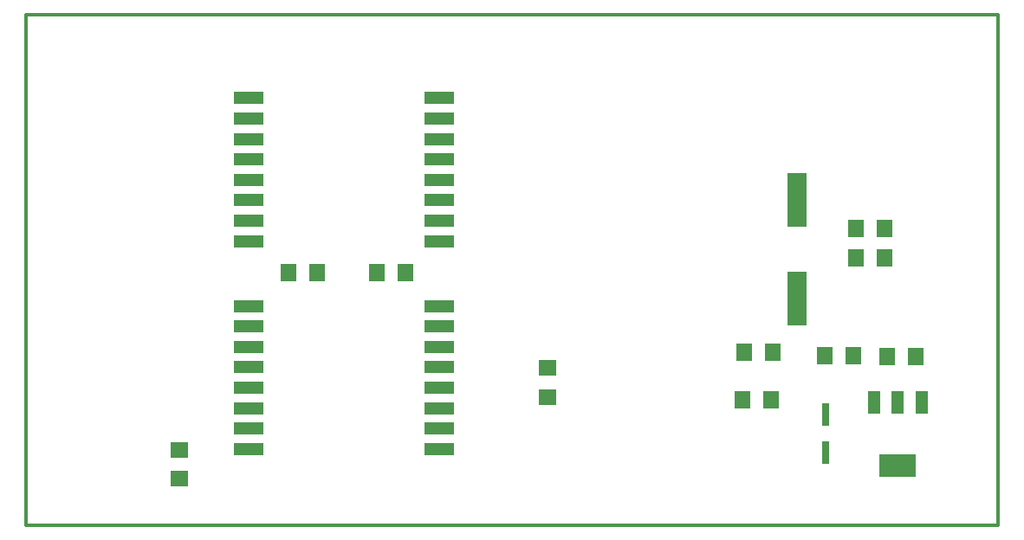
<source format=gtp>
G75*
%MOIN*%
%OFA0B0*%
%FSLAX24Y24*%
%IPPOS*%
%LPD*%
%AMOC8*
5,1,8,0,0,1.08239X$1,22.5*
%
%ADD10C,0.0120*%
%ADD11R,0.1181X0.0472*%
%ADD12R,0.0480X0.0880*%
%ADD13R,0.1417X0.0866*%
%ADD14R,0.0630X0.0709*%
%ADD15R,0.0760X0.2100*%
%ADD16R,0.0256X0.0866*%
%ADD17R,0.0709X0.0630*%
D10*
X000160Y000160D02*
X037562Y000160D01*
X037562Y019845D01*
X000160Y019845D01*
X000160Y000160D01*
D11*
X008714Y003106D03*
X008714Y003893D03*
X008714Y004681D03*
X008714Y005468D03*
X008714Y006256D03*
X008714Y007043D03*
X008714Y007830D03*
X008714Y008618D03*
X008713Y011114D03*
X008713Y011902D03*
X008713Y012689D03*
X008713Y013477D03*
X008713Y014264D03*
X008713Y015051D03*
X008713Y015839D03*
X008713Y016626D03*
X016075Y016626D03*
X016075Y015839D03*
X016075Y015051D03*
X016075Y014264D03*
X016075Y013477D03*
X016075Y012689D03*
X016075Y011902D03*
X016075Y011114D03*
X016076Y008618D03*
X016076Y007830D03*
X016076Y007043D03*
X016076Y006256D03*
X016076Y005468D03*
X016076Y004681D03*
X016076Y003893D03*
X016076Y003106D03*
D12*
X032793Y004916D03*
X033703Y004916D03*
X034613Y004916D03*
D13*
X033703Y002475D03*
D14*
X028837Y004994D03*
X027735Y004994D03*
X030893Y006697D03*
X031995Y006697D03*
X033296Y006664D03*
X034399Y006664D03*
X028884Y006849D03*
X027781Y006849D03*
X032088Y010481D03*
X033191Y010481D03*
X033188Y011591D03*
X032086Y011591D03*
X014766Y009914D03*
X013664Y009914D03*
X011361Y009891D03*
X010259Y009891D03*
D15*
X029844Y008901D03*
X029844Y012701D03*
D16*
X030916Y004442D03*
X030916Y002985D03*
D17*
X020239Y005121D03*
X020239Y006223D03*
X006066Y003073D03*
X006066Y001971D03*
M02*

</source>
